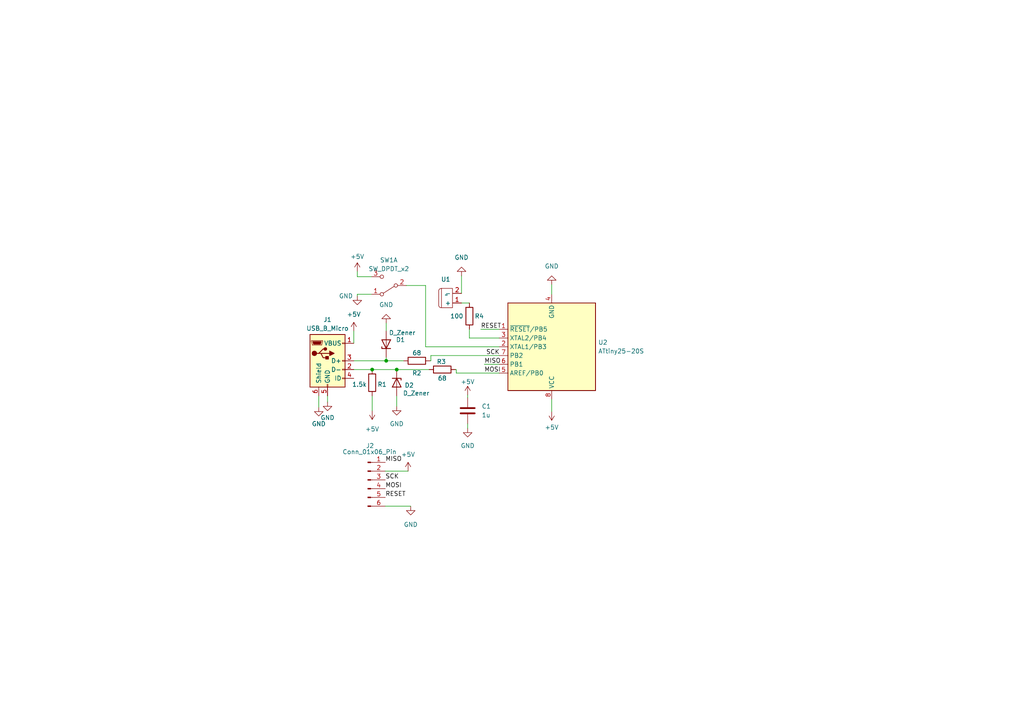
<source format=kicad_sch>
(kicad_sch (version 20230121) (generator eeschema)
  (paper "A4")
  (lib_symbols
    (symbol "Connector:Conn_01x06_Pin" (pin_names (offset 1.016) hide)
      (property "Reference" "J" (at 0 7.62 0))
      (property "Value" "Conn_01x06_Pin" (at 0 -10.16 0))
      (symbol "Conn_01x06_Pin_1_1"
        (polyline (pts (xy 1.27 -7.62) (xy 0.8636 -7.62)) (stroke (width 0.1524)))
        (polyline (pts (xy 1.27 -5.08) (xy 0.8636 -5.08)) (stroke (width 0.1524)))
        (polyline (pts (xy 1.27 -2.54) (xy 0.8636 -2.54)) (stroke (width 0.1524)))
        (polyline (pts (xy 1.27 0) (xy 0.8636 0)) (stroke (width 0.1524)))
        (polyline (pts (xy 1.27 2.54) (xy 0.8636 2.54)) (stroke (width 0.1524)))
        (polyline (pts (xy 1.27 5.08) (xy 0.8636 5.08)) (stroke (width 0.1524)))
        (rectangle (start 0.8636 -7.493) (end 0 -7.747) (stroke (width 0.1524)) (fill (type outline)))
        (rectangle (start 0.8636 -4.953) (end 0 -5.207) (stroke (width 0.1524)) (fill (type outline)))
        (rectangle (start 0.8636 -2.413) (end 0 -2.667) (stroke (width 0.1524)) (fill (type outline)))
        (rectangle (start 0.8636 0.127) (end 0 -0.127) (stroke (width 0.1524)) (fill (type outline)))
        (rectangle (start 0.8636 2.667) (end 0 2.413) (stroke (width 0.1524)) (fill (type outline)))
        (rectangle (start 0.8636 5.207) (end 0 4.953) (stroke (width 0.1524)) (fill (type outline)))
        (pin passive line (at 5.08 5.08 180) (length 3.81) (name "Pin_1") (number "1"))
        (pin passive line (at 5.08 2.54 180) (length 3.81) (name "Pin_2") (number "2"))
        (pin passive line (at 5.08 0 180) (length 3.81) (name "Pin_3") (number "3"))
        (pin passive line (at 5.08 -2.54 180) (length 3.81) (name "Pin_4") (number "4"))
        (pin passive line (at 5.08 -5.08 180) (length 3.81) (name "Pin_5") (number "5"))
        (pin passive line (at 5.08 -7.62 180) (length 3.81) (name "Pin_6") (number "6"))
      )
    )
    (symbol "Connector:USB_B_Micro" (pin_names (offset 1.016))
      (property "Reference" "J" (at -5.08 11.43 0))
      (property "Value" "USB_B_Micro" (at -5.08 8.89 0))
      (symbol "USB_B_Micro_0_1"
        (rectangle (start -5.08 -7.62) (end 5.08 7.62) (stroke (width 0.254)) (fill (type background)))
        (circle (center -3.81 2.159) (radius 0.635) (stroke (width 0.254)) (fill (type outline)))
        (circle (center -0.635 3.429) (radius 0.381) (stroke (width 0.254)) (fill (type outline)))
        (rectangle (start -0.127 -7.62) (end 0.127 -6.858))
        (polyline (pts (xy -1.905 2.159) (xy 0.635 2.159)) (stroke (width 0.254)))
        (polyline (pts (xy -3.175 2.159) (xy -2.54 2.159) (xy -1.27 3.429) (xy -0.635 3.429)) (stroke (width 0.254)))
        (polyline (pts (xy -2.54 2.159) (xy -1.905 2.159) (xy -1.27 0.889) (xy 0 0.889)) (stroke (width 0.254)))
        (polyline (pts (xy 0.635 2.794) (xy 0.635 1.524) (xy 1.905 2.159) (xy 0.635 2.794)) (stroke (width 0.254)) (fill (type outline)))
        (polyline (pts (xy -4.318 5.588) (xy -1.778 5.588) (xy -2.032 4.826) (xy -4.064 4.826) (xy -4.318 5.588)) (fill (type outline)))
        (polyline (pts (xy -4.699 5.842) (xy -4.699 5.588) (xy -4.445 4.826) (xy -4.445 4.572) (xy -1.651 4.572) (xy -1.651 4.826) (xy -1.397 5.588) (xy -1.397 5.842) (xy -4.699 5.842)))
        (rectangle (start 0.254 1.27) (end -0.508 0.508) (stroke (width 0.254)) (fill (type outline)))
        (rectangle (start 5.08 -5.207) (end 4.318 -4.953))
        (rectangle (start 5.08 -2.667) (end 4.318 -2.413))
        (rectangle (start 5.08 -0.127) (end 4.318 0.127))
        (rectangle (start 5.08 4.953) (end 4.318 5.207))
      )
      (symbol "USB_B_Micro_1_1"
        (pin power_out line (at 7.62 5.08 180) (length 2.54) (name "VBUS") (number "1"))
        (pin bidirectional line (at 7.62 -2.54 180) (length 2.54) (name "D-") (number "2"))
        (pin bidirectional line (at 7.62 0 180) (length 2.54) (name "D+") (number "3"))
        (pin passive line (at 7.62 -5.08 180) (length 2.54) (name "ID") (number "4"))
        (pin power_out line (at 0 -10.16 90) (length 2.54) (name "GND") (number "5"))
        (pin passive line (at -2.54 -10.16 90) (length 2.54) (name "Shield") (number "6"))
      )
    )
    (symbol "Device:C" (pin_numbers hide) (pin_names (offset 0.254))
      (property "Reference" "C" (at 0.635 2.54 0))
      (property "Value" "C" (at 0.635 -2.54 0))
      (symbol "C_0_1"
        (polyline (pts (xy -2.032 -0.762) (xy 2.032 -0.762)) (stroke (width 0.508)))
        (polyline (pts (xy -2.032 0.762) (xy 2.032 0.762)) (stroke (width 0.508)))
      )
      (symbol "C_1_1"
        (pin passive line (at 0 3.81 270) (length 2.794) (name "~") (number "1"))
        (pin passive line (at 0 -3.81 90) (length 2.794) (name "~") (number "2"))
      )
    )
    (symbol "Device:D_Zener" (pin_numbers hide) (pin_names (offset 1.016) hide)
      (property "Reference" "D" (at 0 2.54 0))
      (property "Value" "D_Zener" (at 0 -2.54 0))
      (symbol "D_Zener_0_1"
        (polyline (pts (xy 1.27 0) (xy -1.27 0)))
        (polyline (pts (xy -1.27 -1.27) (xy -1.27 1.27) (xy -0.762 1.27)) (stroke (width 0.254)))
        (polyline (pts (xy 1.27 -1.27) (xy 1.27 1.27) (xy -1.27 0) (xy 1.27 -1.27)) (stroke (width 0.254)))
      )
      (symbol "D_Zener_1_1"
        (pin passive line (at -3.81 0 0) (length 2.54) (name "K") (number "1"))
        (pin passive line (at 3.81 0 180) (length 2.54) (name "A") (number "2"))
      )
    )
    (symbol "Device:R" (pin_numbers hide) (pin_names (offset 0))
      (property "Reference" "R" (at 2.032 0 90))
      (property "Value" "R" (at 0 0 90))
      (symbol "R_0_1"
        (rectangle (start -1.016 -2.54) (end 1.016 2.54) (stroke (width 0.254)))
      )
      (symbol "R_1_1"
        (pin passive line (at 0 3.81 270) (length 1.27) (name "~") (number "1"))
        (pin passive line (at 0 -3.81 90) (length 1.27) (name "~") (number "2"))
      )
    )
    (symbol "FibreOpticTransmitterJack:FibreOpticTransmitterJack"
      (property "Reference" "U1" (at 4.572 -4.064 0))
      (property "Value" "~" (at 4.3688 0.4318 0))
      (symbol "FibreOpticTransmitterJack_0_1"
        (rectangle (start 2.6162 4.1656) (end 5.8166 -1.4478))
      )
      (symbol "FibreOpticTransmitterJack_1_1"
        (polyline (pts (xy 6.604 3.5814) (xy 6.604 -0.8636)))
        (arc (start 5.7912 -1.4224) (mid 6.3239 -1.2859) (end 6.604 -0.8128))
        (arc (start 6.604 3.5306) (mid 6.3291 4.0164) (end 5.7912 4.1656))
        (pin passive line (at 0 2.794 0) (length 2.54) (name "+") (number "1"))
        (pin passive line (at 0 0 0) (length 2.54) (name "-") (number "2"))
      )
    )
    (symbol "MCU_Microchip_ATtiny:ATtiny25-20S"
      (property "Reference" "U" (at -12.7 13.97 0))
      (property "Value" "ATtiny25-20S" (at 2.54 -13.97 0))
      (symbol "ATtiny25-20S_0_1"
        (rectangle (start -12.7 -12.7) (end 12.7 12.7) (stroke (width 0.254)) (fill (type background)))
      )
      (symbol "ATtiny25-20S_1_1"
        (pin bidirectional line (at 15.24 -5.08 180) (length 2.54) (name "~{RESET}/PB5") (number "1"))
        (pin bidirectional line (at 15.24 0 180) (length 2.54) (name "XTAL1/PB3") (number "2"))
        (pin bidirectional line (at 15.24 -2.54 180) (length 2.54) (name "XTAL2/PB4") (number "3"))
        (pin power_in line (at 0 -15.24 90) (length 2.54) (name "GND") (number "4"))
        (pin bidirectional line (at 15.24 7.62 180) (length 2.54) (name "AREF/PB0") (number "5"))
        (pin bidirectional line (at 15.24 5.08 180) (length 2.54) (name "PB1") (number "6"))
        (pin bidirectional line (at 15.24 2.54 180) (length 2.54) (name "PB2") (number "7"))
        (pin power_in line (at 0 15.24 270) (length 2.54) (name "VCC") (number "8"))
      )
    )
    (symbol "Switch:SW_DPDT_x2" (pin_names (offset 0) hide)
      (property "Reference" "SW" (at 0 4.318 0))
      (property "Value" "SW_DPDT_x2" (at 0 -5.08 0))
      (symbol "SW_DPDT_x2_0_0"
        (circle (center -2.032 0) (radius 0.508))
        (circle (center 2.032 -2.54) (radius 0.508))
      )
      (symbol "SW_DPDT_x2_0_1"
        (polyline (pts (xy -1.524 0.254) (xy 1.651 2.286)))
        (circle (center 2.032 2.54) (radius 0.508))
      )
      (symbol "SW_DPDT_x2_1_1"
        (pin passive line (at 5.08 2.54 180) (length 2.54) (name "A") (number "1"))
        (pin passive line (at -5.08 0 0) (length 2.54) (name "B") (number "2"))
        (pin passive line (at 5.08 -2.54 180) (length 2.54) (name "C") (number "3"))
      )
      (symbol "SW_DPDT_x2_2_1"
        (pin passive line (at 5.08 2.54 180) (length 2.54) (name "A") (number "4"))
        (pin passive line (at -5.08 0 0) (length 2.54) (name "B") (number "5"))
        (pin passive line (at 5.08 -2.54 180) (length 2.54) (name "C") (number "6"))
      )
    )
    (symbol "power:+5V" (power) (pin_names (offset 0))
      (property "Value" "+5V" (at 0 3.556 0))
      (symbol "+5V_0_1"
        (polyline (pts (xy -0.762 1.27) (xy 0 2.54)))
        (polyline (pts (xy 0 0) (xy 0 2.54)))
        (polyline (pts (xy 0 2.54) (xy 0.762 1.27)))
      )
      (symbol "+5V_1_1"
        (pin power_in line (at 0 0 90) (length 0) hide (name "+5V") (number "1"))
      )
    )
    (symbol "power:GND" (power) (pin_names (offset 0))
      (property "Value" "GND" (at 0 -3.81 0))
      (symbol "GND_0_1"
        (polyline (pts (xy 0 0) (xy 0 -1.27) (xy 1.27 -1.27) (xy 0 -2.54) (xy -1.27 -1.27) (xy 0 -1.27)))
      )
      (symbol "GND_1_1"
        (pin power_in line (at 0 0 270) (length 0) hide (name "GND") (number "1"))
      )
    )
  )
  (junction (at 107.95 107.188))
  (junction (at 115.062 107.188))
  (junction (at 112.014 104.648))
  (wire (pts (xy 115.062 107.188) (xy 124.46 107.188)))
  (wire (pts (xy 135.636 114.554) (xy 135.636 115.316)))
  (wire (pts (xy 144.78 98.044) (xy 136.144 98.044)))
  (wire (pts (xy 102.616 96.012) (xy 102.616 99.568)))
  (wire (pts (xy 124.714 104.648) (xy 124.968 104.648)))
  (wire (pts (xy 124.968 104.648) (xy 124.968 103.124)))
  (wire (pts (xy 117.856 82.804) (xy 123.444 82.804)))
  (wire (pts (xy 135.636 122.936) (xy 135.636 124.206)))
  (wire (pts (xy 132.334 107.188) (xy 132.08 107.188)))
  (wire (pts (xy 160.02 82.55) (xy 160.02 85.344)))
  (wire (pts (xy 107.696 85.344) (xy 103.632 85.344)))
  (wire (pts (xy 123.444 100.584) (xy 144.78 100.584)))
  (wire (pts (xy 107.696 80.264) (xy 103.632 80.264)))
  (wire (pts (xy 112.014 103.632) (xy 112.014 104.648)))
  (wire (pts (xy 123.444 82.804) (xy 123.444 100.584)))
  (wire (pts (xy 107.95 107.188) (xy 115.062 107.188)))
  (wire (pts (xy 133.858 80.01) (xy 133.858 85.09)))
  (wire (pts (xy 94.996 114.808) (xy 94.996 116.586)))
  (wire (pts (xy 111.76 136.652) (xy 118.364 136.652)))
  (wire (pts (xy 92.456 114.808) (xy 92.456 118.11)))
  (wire (pts (xy 102.616 104.648) (xy 112.014 104.648)))
  (wire (pts (xy 124.968 103.124) (xy 144.78 103.124)))
  (wire (pts (xy 107.95 107.188) (xy 102.616 107.188)))
  (wire (pts (xy 115.062 114.808) (xy 115.062 117.856)))
  (wire (pts (xy 112.014 104.648) (xy 117.094 104.648)))
  (wire (pts (xy 136.144 98.044) (xy 136.144 95.504)))
  (wire (pts (xy 140.462 105.664) (xy 144.78 105.664)))
  (wire (pts (xy 111.76 146.812) (xy 119.126 146.812)))
  (wire (pts (xy 132.334 107.188) (xy 132.334 108.204)))
  (wire (pts (xy 112.014 93.726) (xy 112.014 96.012)))
  (wire (pts (xy 160.02 115.824) (xy 160.02 119.38)))
  (wire (pts (xy 133.858 87.884) (xy 136.144 87.884)))
  (wire (pts (xy 103.632 85.344) (xy 103.632 85.852)))
  (wire (pts (xy 103.632 78.74) (xy 103.632 80.264)))
  (wire (pts (xy 132.334 108.204) (xy 144.78 108.204)))
  (wire (pts (xy 107.95 114.808) (xy 107.95 119.126)))
  (wire (pts (xy 139.446 95.504) (xy 144.78 95.504)))
  (label "SCK" (at 140.97 103.124 0))
  (label "MISO" (at 140.462 105.664 0))
  (label "MOSI" (at 111.76 141.732 0))
  (label "MISO" (at 111.76 134.112 0))
  (label "RESET" (at 111.76 144.272 0))
  (label "MOSI" (at 140.462 108.204 0))
  (label "RESET" (at 139.446 95.504 0))
  (label "SCK" (at 111.76 139.192 0))
  (symbol (lib_id "power:GND") (at 103.632 85.852 0) (unit 1)
    (property "Reference" "#PWR05" (effects hide))
    (property "Value" "GND" (at 100.33 85.852 0))
  )
  (symbol (lib_id "Connector:USB_B_Micro") (at 94.996 104.648 0) (unit 1)
    (property "Reference" "J1" (at 94.996 92.71 0))
    (property "Value" "USB_B_Micro" (at 94.996 95.25 0))
    (property "Footprint" "Connector_USB:USB_Micro-B_Molex-105017-0001" (effects hide))
    (property "Datasheet" "https://co.mouser.com/ProductDetail/Molex/105017-0001?qs=hlXxxvYE36k7QcsR97GUKA%3D%3D" (effects hide))
  )
  (symbol (lib_id "Device:R") (at 128.27 107.188 90) (unit 1)
    (property "Reference" "R3" (at 128.016 104.902 90))
    (property "Value" "68" (at 128.27 109.728 90))
    (property "Footprint" "Resistor_SMD:R_0402_1005Metric" (effects hide))
    (property "Datasheet" "https://co.mouser.com/datasheet/2/418/9/ENG_DS_1773204_3_1-3345619.pdf" (effects hide))
  )
  (symbol (lib_id "Switch:SW_DPDT_x2") (at 112.776 82.804 180) (unit 1)
    (property "Reference" "SW1" (at 112.776 75.438 0))
    (property "Value" "SW_DPDT_x2" (at 112.776 77.978 0))
    (property "Footprint" "Interruptor:SLW-913535-2A-RA-D" (effects hide))
    (property "Datasheet" "https://co.mouser.com/ProductDetail/CUI-Devices/SLW-913535-2A-RA-D?qs=1Kr7Jg1SGW9i2Ay3xtiJOw%3D%3D" (effects hide))
  )
  (symbol (lib_id "Device:R") (at 120.904 104.648 90) (unit 1)
    (property "Reference" "R2" (at 120.904 108.204 90))
    (property "Value" "68" (at 120.904 102.362 90))
    (property "Footprint" "Resistor_SMD:R_0402_1005Metric" (effects hide))
    (property "Datasheet" "https://co.mouser.com/datasheet/2/418/9/ENG_DS_1773204_3_1-3345619.pdf" (effects hide))
  )
  (symbol (lib_id "Device:R") (at 136.144 91.694 0) (unit 1)
    (property "Reference" "R4" (at 137.668 91.694 0) (effects (justify left)))
    (property "Value" "100" (at 130.556 91.694 0) (effects (justify left)))
    (property "Footprint" "Resistor_SMD:R_0402_1005Metric" (effects hide))
    (property "Datasheet" "https://co.mouser.com/datasheet/2/418/9/ENG_DS_1773204_3_1-3345564.pdf" (effects hide))
  )
  (symbol (lib_id "Device:C") (at 135.636 119.126 0) (unit 1)
    (property "Reference" "C1" (at 139.7 117.856 0) (effects (justify left)))
    (property "Value" "1u" (at 139.7 120.396 0) (effects (justify left)))
    (property "Footprint" "Capacitor_SMD:C_1206_3216Metric" (effects hide))
    (property "Datasheet" "https://co.mouser.com/datasheet/2/281/1/GRMMDXR60J105ME05_01A-1988402.pdf" (effects hide))
  )
  (symbol (lib_id "FibreOpticTransmitterJack:FibreOpticTransmitterJack") (at 133.858 85.09 180) (unit 1)
    (property "Reference" "U1" (at 129.286 81.026 0))
    (property "Value" "~" (at 129.4892 85.5218 0))
    (property "Footprint" "Interruptor:IF-E96E" (effects hide))
    (property "Datasheet" "https://www.digikey.com/en/products/detail/industrial-fiber-optics/IF-E96E/3461614" (effects hide))
  )
  (symbol (lib_id "power:GND") (at 115.062 117.856 0) (unit 1)
    (property "Reference" "#PWR08" (effects hide))
    (property "Value" "GND" (at 115.062 122.936 0))
  )
  (symbol (lib_id "power:GND") (at 135.636 124.206 0) (unit 1)
    (property "Reference" "#PWR013" (effects hide))
    (property "Value" "GND" (at 135.636 129.286 0))
  )
  (symbol (lib_id "Device:R") (at 107.95 110.998 0) (unit 1)
    (property "Reference" "R1" (at 109.474 111.506 0) (effects (justify left)))
    (property "Value" "1.5k" (at 102.108 111.506 0) (effects (justify left)))
    (property "Footprint" "Resistor_SMD:R_0402_1005Metric" (effects hide))
    (property "Datasheet" "https://co.mouser.com/datasheet/2/418/9/ENG_DS_1773204_3_1-3345920.pdf" (effects hide))
  )
  (symbol (lib_id "power:+5V") (at 118.364 136.652 0) (unit 1)
    (property "Reference" "#PWR09" (effects hide))
    (property "Value" "+5V" (at 118.364 131.826 0))
  )
  (symbol (lib_id "Device:D_Zener") (at 112.014 99.822 90) (unit 1)
    (property "Reference" "D1" (at 114.808 98.552 90) (effects (justify right)))
    (property "Value" "D_Zener" (at 112.776 96.52 90) (effects (justify right)))
    (property "Footprint" "Diode_SMD:D_0603_1608Metric" (effects hide))
    (property "Datasheet" "https://co.mouser.com/ProductDetail/Taiwan-Semiconductor/TSZU52C3V6-RGG?qs=QEzMiVqgwc0CGRrEqKDo3A%3D%3D" (effects hide))
  )
  (symbol (lib_id "power:+5V") (at 102.616 96.012 0) (unit 1)
    (property "Reference" "#PWR03" (effects hide))
    (property "Value" "+5V" (at 102.616 91.186 0))
  )
  (symbol (lib_id "power:+5V") (at 107.95 119.126 180) (unit 1)
    (property "Reference" "#PWR06" (effects hide))
    (property "Value" "+5V" (at 107.95 124.46 0))
  )
  (symbol (lib_id "power:GND") (at 133.858 80.01 180) (unit 1)
    (property "Reference" "#PWR011" (effects hide))
    (property "Value" "GND" (at 133.858 74.676 0))
  )
  (symbol (lib_id "power:+5V") (at 160.02 119.38 180) (unit 1)
    (property "Reference" "#PWR015" (effects hide))
    (property "Value" "+5V" (at 160.02 123.952 0))
  )
  (symbol (lib_id "power:+5V") (at 135.636 114.554 0) (unit 1)
    (property "Reference" "#PWR012" (effects hide))
    (property "Value" "+5V" (at 135.636 110.744 0))
  )
  (symbol (lib_id "power:+5V") (at 103.632 78.74 0) (unit 1)
    (property "Reference" "#PWR04" (effects hide))
    (property "Value" "+5V" (at 103.632 74.422 0))
  )
  (symbol (lib_id "power:GND") (at 94.996 116.586 0) (unit 1)
    (property "Reference" "#PWR02" (effects hide))
    (property "Value" "GND" (at 94.996 121.158 0))
  )
  (symbol (lib_id "Device:D_Zener") (at 115.062 110.998 270) (unit 1)
    (property "Reference" "D2" (at 117.348 111.76 90) (effects (justify left)))
    (property "Value" "D_Zener" (at 116.84 114.046 90) (effects (justify left)))
    (property "Footprint" "Diode_SMD:D_0603_1608Metric" (effects hide))
    (property "Datasheet" "https://co.mouser.com/ProductDetail/Taiwan-Semiconductor/TSZU52C3V6-RGG?qs=QEzMiVqgwc0CGRrEqKDo3A%3D%3D" (effects hide))
  )
  (symbol (lib_id "power:GND") (at 160.02 82.55 180) (unit 1)
    (property "Reference" "#PWR014" (effects hide))
    (property "Value" "GND" (at 160.02 77.216 0))
  )
  (symbol (lib_id "power:GND") (at 112.014 93.726 180) (unit 1)
    (property "Reference" "#PWR07" (effects hide))
    (property "Value" "GND" (at 112.014 88.392 0))
  )
  (symbol (lib_id "MCU_Microchip_ATtiny:ATtiny25-20S") (at 160.02 100.584 180) (unit 1)
    (property "Reference" "U2" (at 173.482 99.314 0) (effects (justify right)))
    (property "Value" "ATtiny25-20S" (at 173.482 101.854 0) (effects (justify right)))
    (property "Footprint" "Package_SO:SOIC-8W_5.3x5.3mm_P1.27mm" (effects hide))
    (property "Datasheet" "https://co.mouser.com/datasheet/2/268/Atmel_2586_AVR_8_bit_Microcontroller_ATtiny25_ATti-1315542.pdf" (effects hide))
  )
  (symbol (lib_id "Connector:Conn_01x06_Pin") (at 106.68 139.192 0) (unit 1)
    (property "Reference" "J2" (at 107.315 129.286 0))
    (property "Value" "Conn_01x06_Pin" (at 107.188 131.064 0))
    (property "Footprint" "Connector_PinHeader_1.00mm:PinHeader_2x03_P1.00mm_Vertical" (effects hide))
  )
  (symbol (lib_id "power:GND") (at 119.126 146.812 0) (unit 1)
    (property "Reference" "#PWR010" (effects hide))
    (property "Value" "GND" (at 119.126 152.146 0))
  )
  (symbol (lib_id "power:GND") (at 92.456 118.11 0) (unit 1)
    (property "Reference" "#PWR01" (effects hide))
    (property "Value" "GND" (at 92.456 122.936 0))
  )
)
</source>
